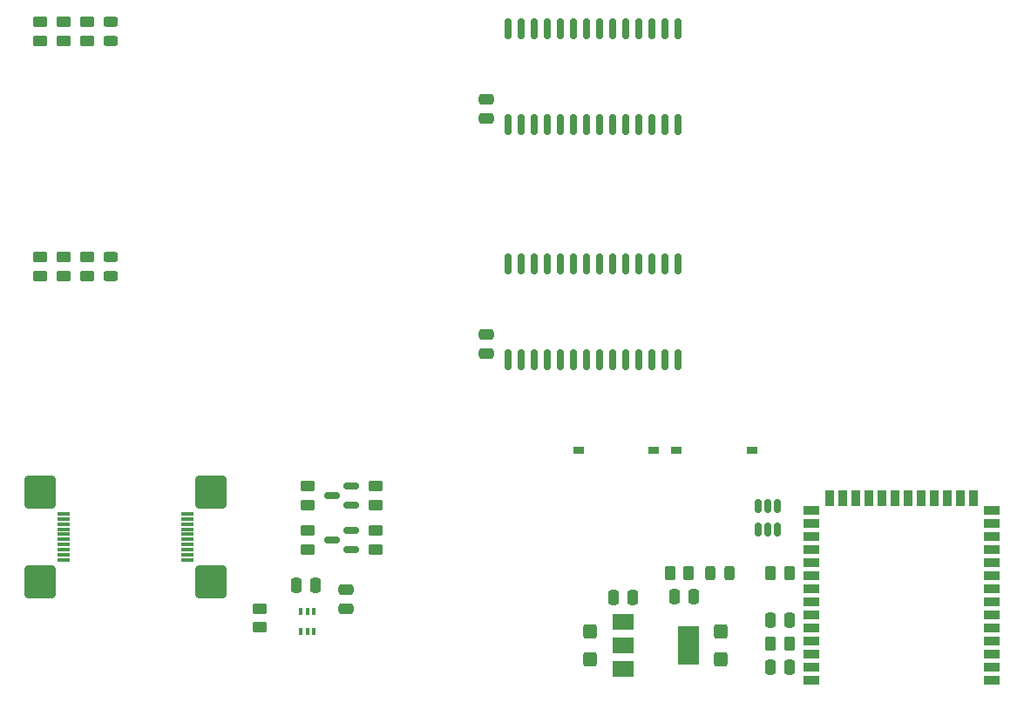
<source format=gbr>
%TF.GenerationSoftware,KiCad,Pcbnew,7.0.8*%
%TF.CreationDate,2024-01-07T19:19:44+01:00*%
%TF.ProjectId,16SegLed,31365365-674c-4656-942e-6b696361645f,rev?*%
%TF.SameCoordinates,Original*%
%TF.FileFunction,Paste,Bot*%
%TF.FilePolarity,Positive*%
%FSLAX46Y46*%
G04 Gerber Fmt 4.6, Leading zero omitted, Abs format (unit mm)*
G04 Created by KiCad (PCBNEW 7.0.8) date 2024-01-07 19:19:44*
%MOMM*%
%LPD*%
G01*
G04 APERTURE LIST*
G04 Aperture macros list*
%AMRoundRect*
0 Rectangle with rounded corners*
0 $1 Rounding radius*
0 $2 $3 $4 $5 $6 $7 $8 $9 X,Y pos of 4 corners*
0 Add a 4 corners polygon primitive as box body*
4,1,4,$2,$3,$4,$5,$6,$7,$8,$9,$2,$3,0*
0 Add four circle primitives for the rounded corners*
1,1,$1+$1,$2,$3*
1,1,$1+$1,$4,$5*
1,1,$1+$1,$6,$7*
1,1,$1+$1,$8,$9*
0 Add four rect primitives between the rounded corners*
20,1,$1+$1,$2,$3,$4,$5,0*
20,1,$1+$1,$4,$5,$6,$7,0*
20,1,$1+$1,$6,$7,$8,$9,0*
20,1,$1+$1,$8,$9,$2,$3,0*%
G04 Aperture macros list end*
%ADD10R,2.000000X1.500000*%
%ADD11R,2.000000X3.800000*%
%ADD12RoundRect,0.150000X0.587500X0.150000X-0.587500X0.150000X-0.587500X-0.150000X0.587500X-0.150000X0*%
%ADD13RoundRect,0.250000X0.450000X-0.262500X0.450000X0.262500X-0.450000X0.262500X-0.450000X-0.262500X0*%
%ADD14RoundRect,0.250000X0.475000X-0.250000X0.475000X0.250000X-0.475000X0.250000X-0.475000X-0.250000X0*%
%ADD15RoundRect,0.250000X-0.450000X0.262500X-0.450000X-0.262500X0.450000X-0.262500X0.450000X0.262500X0*%
%ADD16RoundRect,0.250000X0.250000X0.475000X-0.250000X0.475000X-0.250000X-0.475000X0.250000X-0.475000X0*%
%ADD17RoundRect,0.250000X-0.250000X-0.475000X0.250000X-0.475000X0.250000X0.475000X-0.250000X0.475000X0*%
%ADD18RoundRect,0.300000X-1.200000X1.305000X-1.200000X-1.305000X1.200000X-1.305000X1.200000X1.305000X0*%
%ADD19R,1.250000X0.300000*%
%ADD20RoundRect,0.150000X-0.150000X0.875000X-0.150000X-0.875000X0.150000X-0.875000X0.150000X0.875000X0*%
%ADD21RoundRect,0.250000X-0.425000X0.450000X-0.425000X-0.450000X0.425000X-0.450000X0.425000X0.450000X0*%
%ADD22RoundRect,0.243750X0.456250X-0.243750X0.456250X0.243750X-0.456250X0.243750X-0.456250X-0.243750X0*%
%ADD23RoundRect,0.250000X0.262500X0.450000X-0.262500X0.450000X-0.262500X-0.450000X0.262500X-0.450000X0*%
%ADD24R,0.400000X0.650000*%
%ADD25RoundRect,0.243750X-0.243750X-0.456250X0.243750X-0.456250X0.243750X0.456250X-0.243750X0.456250X0*%
%ADD26RoundRect,0.150000X-0.150000X0.512500X-0.150000X-0.512500X0.150000X-0.512500X0.150000X0.512500X0*%
%ADD27R,1.100000X0.800000*%
%ADD28R,1.500000X0.900000*%
%ADD29R,0.900000X1.500000*%
%ADD30RoundRect,0.300000X1.200000X-1.305000X1.200000X1.305000X-1.200000X1.305000X-1.200000X-1.305000X0*%
%ADD31RoundRect,0.250000X-0.262500X-0.450000X0.262500X-0.450000X0.262500X0.450000X-0.262500X0.450000X0*%
%ADD32RoundRect,0.250000X-0.475000X0.250000X-0.475000X-0.250000X0.475000X-0.250000X0.475000X0.250000X0*%
G04 APERTURE END LIST*
D10*
%TO.C,U2*%
X60706000Y-70245000D03*
X60706000Y-67945000D03*
D11*
X67006000Y-67945000D03*
D10*
X60706000Y-65645000D03*
%TD*%
D12*
%TO.C,Q1*%
X34271250Y-56750250D03*
X34271250Y-58650250D03*
X32396250Y-57700250D03*
%TD*%
D13*
%TO.C,R5*%
X8636000Y-9191000D03*
X8636000Y-7366000D03*
%TD*%
D14*
%TO.C,C6*%
X47371000Y-39624000D03*
X47371000Y-37724000D03*
%TD*%
D12*
%TO.C,Q2*%
X34271250Y-52432250D03*
X34271250Y-54332250D03*
X32396250Y-53382250D03*
%TD*%
D15*
%TO.C,R11*%
X30031750Y-52469750D03*
X30031750Y-54294750D03*
%TD*%
D16*
%TO.C,C2*%
X76896000Y-70104000D03*
X74996000Y-70104000D03*
%TD*%
D17*
%TO.C,C11*%
X59756000Y-63322200D03*
X61656000Y-63322200D03*
%TD*%
D18*
%TO.C,J2*%
X20675400Y-53009000D03*
X20675400Y-61799000D03*
D19*
X18351400Y-55154000D03*
X18351400Y-55654000D03*
X18351400Y-56154000D03*
X18351400Y-56654000D03*
X18351400Y-57154000D03*
X18351400Y-57654000D03*
X18351400Y-58154000D03*
X18351400Y-58654000D03*
X18351400Y-59154000D03*
X18351400Y-59654000D03*
%TD*%
D15*
%TO.C,R8*%
X36635750Y-56787750D03*
X36635750Y-58612750D03*
%TD*%
D20*
%TO.C,U3*%
X49530000Y-30910000D03*
X50800000Y-30910000D03*
X52070000Y-30910000D03*
X53340000Y-30910000D03*
X54610000Y-30910000D03*
X55880000Y-30910000D03*
X57150000Y-30910000D03*
X58420000Y-30910000D03*
X59690000Y-30910000D03*
X60960000Y-30910000D03*
X62230000Y-30910000D03*
X63500000Y-30910000D03*
X64770000Y-30910000D03*
X66040000Y-30910000D03*
X66040000Y-40210000D03*
X64770000Y-40210000D03*
X63500000Y-40210000D03*
X62230000Y-40210000D03*
X60960000Y-40210000D03*
X59690000Y-40210000D03*
X58420000Y-40210000D03*
X57150000Y-40210000D03*
X55880000Y-40210000D03*
X54610000Y-40210000D03*
X53340000Y-40210000D03*
X52070000Y-40210000D03*
X50800000Y-40210000D03*
X49530000Y-40210000D03*
%TD*%
D21*
%TO.C,C4*%
X57506000Y-66595000D03*
X57506000Y-69295000D03*
%TD*%
D22*
%TO.C,D1*%
X10922000Y-32076000D03*
X10922000Y-30201000D03*
%TD*%
D16*
%TO.C,C1*%
X76896000Y-65532000D03*
X74996000Y-65532000D03*
%TD*%
D13*
%TO.C,R4*%
X4064000Y-32051000D03*
X4064000Y-30226000D03*
%TD*%
D23*
%TO.C,R14*%
X67079500Y-60883800D03*
X65254500Y-60883800D03*
%TD*%
D13*
%TO.C,R12*%
X25400000Y-66190500D03*
X25400000Y-64365500D03*
%TD*%
D14*
%TO.C,C7*%
X47371000Y-16764000D03*
X47371000Y-14864000D03*
%TD*%
D24*
%TO.C,U6*%
X30662400Y-66568400D03*
X30012400Y-66568400D03*
X29362400Y-66568400D03*
X29362400Y-64668400D03*
X30012400Y-64668400D03*
X30662400Y-64668400D03*
%TD*%
D17*
%TO.C,C10*%
X65674200Y-63246000D03*
X67574200Y-63246000D03*
%TD*%
D13*
%TO.C,R2*%
X8636000Y-32051000D03*
X8636000Y-30226000D03*
%TD*%
D25*
%TO.C,D3*%
X69141100Y-60883800D03*
X71016100Y-60883800D03*
%TD*%
D13*
%TO.C,R7*%
X4064000Y-9191000D03*
X4064000Y-7366000D03*
%TD*%
D16*
%TO.C,C8*%
X30820400Y-62077600D03*
X28920400Y-62077600D03*
%TD*%
D26*
%TO.C,U5*%
X73802200Y-54412300D03*
X74752200Y-54412300D03*
X75702200Y-54412300D03*
X75702200Y-56687300D03*
X74752200Y-56687300D03*
X73802200Y-56687300D03*
%TD*%
D22*
%TO.C,D2*%
X10922000Y-9213500D03*
X10922000Y-7338500D03*
%TD*%
D27*
%TO.C,SW2*%
X73195000Y-48960000D03*
X65845000Y-48960000D03*
%TD*%
D28*
%TO.C,U1*%
X79020000Y-71380000D03*
X79020000Y-70110000D03*
X79020000Y-68840000D03*
X79020000Y-67570000D03*
X79020000Y-66300000D03*
X79020000Y-65030000D03*
X79020000Y-63760000D03*
X79020000Y-62490000D03*
X79020000Y-61220000D03*
X79020000Y-59950000D03*
X79020000Y-58680000D03*
X79020000Y-57410000D03*
X79020000Y-56140000D03*
X79020000Y-54870000D03*
D29*
X80785000Y-53620000D03*
X82055000Y-53620000D03*
X83325000Y-53620000D03*
X84595000Y-53620000D03*
X85865000Y-53620000D03*
X87135000Y-53620000D03*
X88405000Y-53620000D03*
X89675000Y-53620000D03*
X90945000Y-53620000D03*
X92215000Y-53620000D03*
X93485000Y-53620000D03*
X94755000Y-53620000D03*
D28*
X96520000Y-54870000D03*
X96520000Y-56140000D03*
X96520000Y-57410000D03*
X96520000Y-58680000D03*
X96520000Y-59950000D03*
X96520000Y-61220000D03*
X96520000Y-62490000D03*
X96520000Y-63760000D03*
X96520000Y-65030000D03*
X96520000Y-66300000D03*
X96520000Y-67570000D03*
X96520000Y-68840000D03*
X96520000Y-70110000D03*
X96520000Y-71380000D03*
%TD*%
D23*
%TO.C,R13*%
X76833100Y-60883800D03*
X75008100Y-60883800D03*
%TD*%
D27*
%TO.C,SW1*%
X56345000Y-48960000D03*
X63695000Y-48960000D03*
%TD*%
D15*
%TO.C,R10*%
X36635750Y-52469750D03*
X36635750Y-54294750D03*
%TD*%
D13*
%TO.C,R6*%
X6350000Y-9191000D03*
X6350000Y-7366000D03*
%TD*%
D21*
%TO.C,C5*%
X70206000Y-66595000D03*
X70206000Y-69295000D03*
%TD*%
D15*
%TO.C,R9*%
X30031750Y-56787750D03*
X30031750Y-58612750D03*
%TD*%
D30*
%TO.C,J1*%
X4026000Y-61799000D03*
X4026000Y-53009000D03*
D19*
X6350000Y-59654000D03*
X6350000Y-59154000D03*
X6350000Y-58654000D03*
X6350000Y-58154000D03*
X6350000Y-57654000D03*
X6350000Y-57154000D03*
X6350000Y-56654000D03*
X6350000Y-56154000D03*
X6350000Y-55654000D03*
X6350000Y-55154000D03*
%TD*%
D31*
%TO.C,R1*%
X75033500Y-67818000D03*
X76858500Y-67818000D03*
%TD*%
D32*
%TO.C,C9*%
X33782000Y-62514400D03*
X33782000Y-64414400D03*
%TD*%
D13*
%TO.C,R3*%
X6350000Y-32051000D03*
X6350000Y-30226000D03*
%TD*%
D20*
%TO.C,U4*%
X49530000Y-8050000D03*
X50800000Y-8050000D03*
X52070000Y-8050000D03*
X53340000Y-8050000D03*
X54610000Y-8050000D03*
X55880000Y-8050000D03*
X57150000Y-8050000D03*
X58420000Y-8050000D03*
X59690000Y-8050000D03*
X60960000Y-8050000D03*
X62230000Y-8050000D03*
X63500000Y-8050000D03*
X64770000Y-8050000D03*
X66040000Y-8050000D03*
X66040000Y-17350000D03*
X64770000Y-17350000D03*
X63500000Y-17350000D03*
X62230000Y-17350000D03*
X60960000Y-17350000D03*
X59690000Y-17350000D03*
X58420000Y-17350000D03*
X57150000Y-17350000D03*
X55880000Y-17350000D03*
X54610000Y-17350000D03*
X53340000Y-17350000D03*
X52070000Y-17350000D03*
X50800000Y-17350000D03*
X49530000Y-17350000D03*
%TD*%
M02*

</source>
